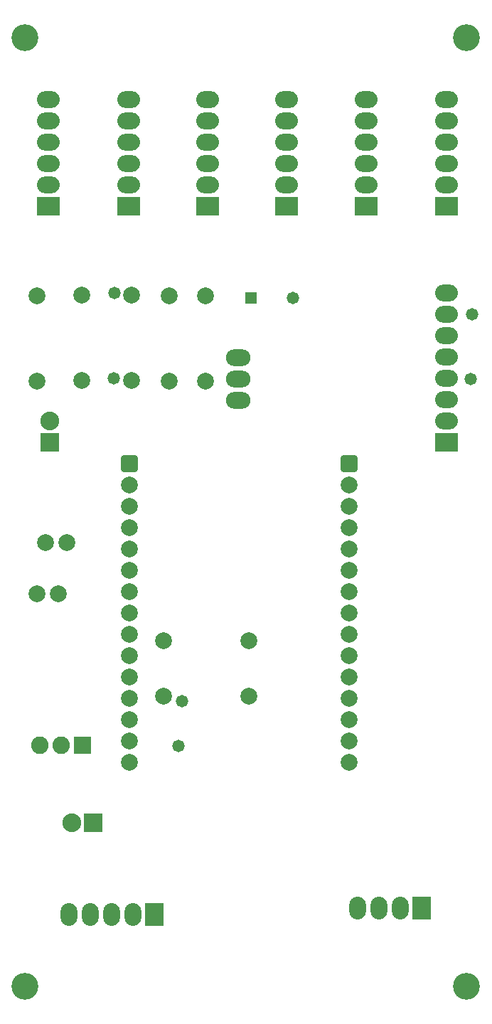
<source format=gbs>
G04*
G04 #@! TF.GenerationSoftware,Altium Limited,Altium Designer,21.0.9 (235)*
G04*
G04 Layer_Color=16711935*
%FSLAX44Y44*%
%MOMM*%
G71*
G04*
G04 #@! TF.SameCoordinates,E919236A-FA18-421A-BADD-4263196A2B94*
G04*
G04*
G04 #@! TF.FilePolarity,Negative*
G04*
G01*
G75*
%ADD27O,2.7032X2.0032*%
%ADD28R,2.7032X2.2032*%
%ADD29C,2.2352*%
%ADD30R,2.2352X2.2352*%
%ADD31C,2.0032*%
G04:AMPARAMS|DCode=32|XSize=2.0032mm|YSize=2.0032mm|CornerRadius=0.3266mm|HoleSize=0mm|Usage=FLASHONLY|Rotation=270.000|XOffset=0mm|YOffset=0mm|HoleType=Round|Shape=RoundedRectangle|*
%AMROUNDEDRECTD32*
21,1,2.0032,1.3500,0,0,270.0*
21,1,1.3500,2.0032,0,0,270.0*
1,1,0.6532,-0.6750,-0.6750*
1,1,0.6532,-0.6750,0.6750*
1,1,0.6532,0.6750,0.6750*
1,1,0.6532,0.6750,-0.6750*
%
%ADD32ROUNDEDRECTD32*%
%ADD33O,2.9032X2.0032*%
%ADD34O,2.0032X2.7032*%
%ADD35R,2.2032X2.7032*%
%ADD36R,2.2352X2.2352*%
%ADD37R,2.0782X2.0782*%
%ADD38C,2.0782*%
%ADD39C,1.4782*%
%ADD40R,1.4782X1.4782*%
%ADD41C,3.2032*%
%ADD42C,1.4732*%
D27*
X537210Y1090930D02*
D03*
Y1065530D02*
D03*
Y1040130D02*
D03*
Y989330D02*
D03*
Y1014730D02*
D03*
X252730Y1090930D02*
D03*
Y1065530D02*
D03*
Y1040130D02*
D03*
Y989330D02*
D03*
Y1014730D02*
D03*
X158750Y1090930D02*
D03*
Y1065530D02*
D03*
Y1040130D02*
D03*
Y989330D02*
D03*
Y1014730D02*
D03*
X63500Y1090930D02*
D03*
Y1065530D02*
D03*
Y1040130D02*
D03*
Y989330D02*
D03*
Y1014730D02*
D03*
X441960Y1090930D02*
D03*
Y1065530D02*
D03*
Y1040130D02*
D03*
Y989330D02*
D03*
Y1014730D02*
D03*
X346710Y1090930D02*
D03*
Y1065530D02*
D03*
Y1040130D02*
D03*
Y989330D02*
D03*
Y1014730D02*
D03*
X537210Y734060D02*
D03*
Y708660D02*
D03*
Y759460D02*
D03*
Y784860D02*
D03*
Y810260D02*
D03*
Y835660D02*
D03*
Y861060D02*
D03*
D28*
Y963930D02*
D03*
X252730D02*
D03*
X158750D02*
D03*
X63500D02*
D03*
X441960D02*
D03*
X346710D02*
D03*
X537210Y683260D02*
D03*
D29*
X64770Y708660D02*
D03*
X91440Y229870D02*
D03*
D30*
X64770Y683260D02*
D03*
D31*
X159890Y302260D02*
D03*
Y530460D02*
D03*
Y403460D02*
D03*
Y378060D02*
D03*
Y352660D02*
D03*
Y327260D02*
D03*
Y428860D02*
D03*
Y454260D02*
D03*
Y479660D02*
D03*
Y505060D02*
D03*
Y555860D02*
D03*
Y581260D02*
D03*
Y606660D02*
D03*
Y632060D02*
D03*
X421640Y302260D02*
D03*
Y530460D02*
D03*
Y403460D02*
D03*
Y378060D02*
D03*
Y352660D02*
D03*
Y327260D02*
D03*
Y428860D02*
D03*
Y454260D02*
D03*
Y479660D02*
D03*
Y505060D02*
D03*
Y555860D02*
D03*
Y581260D02*
D03*
Y606660D02*
D03*
Y632060D02*
D03*
X102870Y756920D02*
D03*
Y858520D02*
D03*
X250190Y857250D02*
D03*
Y755650D02*
D03*
X302260Y381000D02*
D03*
X200660D02*
D03*
X302260Y447040D02*
D03*
X200660D02*
D03*
X49530Y502920D02*
D03*
X74930D02*
D03*
X162560Y858520D02*
D03*
Y756920D02*
D03*
X207010Y755650D02*
D03*
Y857250D02*
D03*
X49530D02*
D03*
Y755650D02*
D03*
X85090Y563881D02*
D03*
X59690Y563879D02*
D03*
D32*
X159890Y657460D02*
D03*
X421640D02*
D03*
D33*
X289560Y783590D02*
D03*
Y758190D02*
D03*
Y732790D02*
D03*
D34*
X87630Y120650D02*
D03*
X113030D02*
D03*
X163830D02*
D03*
X138430D02*
D03*
X431800Y128270D02*
D03*
X482600D02*
D03*
X457200D02*
D03*
D35*
X189230Y120650D02*
D03*
X508000Y128270D02*
D03*
D36*
X116840Y229870D02*
D03*
D37*
X104140Y322580D02*
D03*
D38*
X78740D02*
D03*
X53340D02*
D03*
D39*
X354800Y854710D02*
D03*
D40*
X304800D02*
D03*
D41*
X561340Y1164590D02*
D03*
Y35560D02*
D03*
X35560D02*
D03*
Y1164590D02*
D03*
D42*
X218440Y321310D02*
D03*
X222119Y374519D02*
D03*
X566420Y758190D02*
D03*
X567690Y835660D02*
D03*
X140970Y759460D02*
D03*
X142240Y861060D02*
D03*
M02*

</source>
